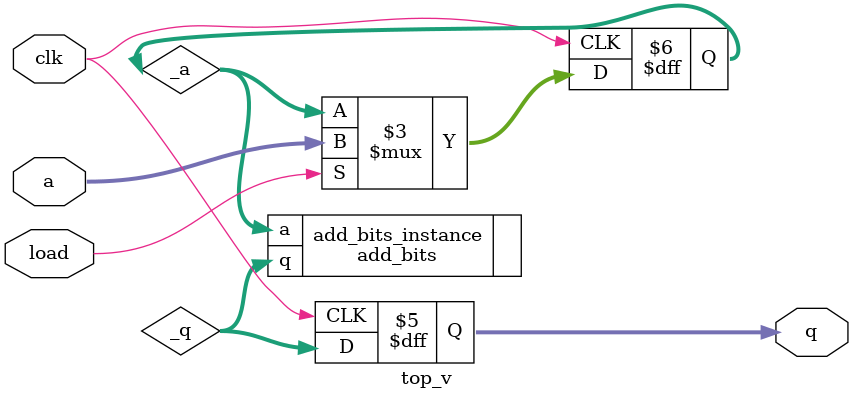
<source format=v>
`timescale 1ns/1ps


module top_v (
                             input clk,
                             input load,
                             input [7:0] a,
                             output reg [3:0] q
                             );
    wire [3:0] _q;
    reg [7:0] _a;

add_bits add_bits_instance(
		.a(_a),
		.q(_q)
);

    always @(posedge clk) begin
        q <= _q;
        if (load == 1) begin
            _a <= a;
        end
    end

endmodule

</source>
